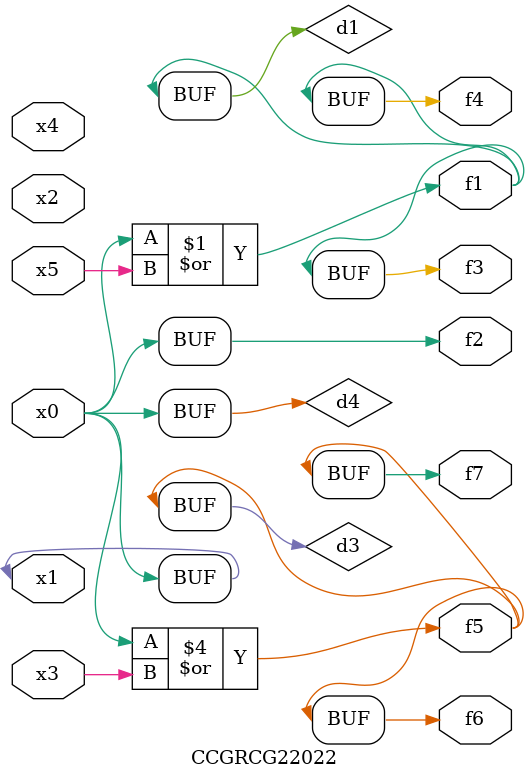
<source format=v>
module CCGRCG22022(
	input x0, x1, x2, x3, x4, x5,
	output f1, f2, f3, f4, f5, f6, f7
);

	wire d1, d2, d3, d4;

	or (d1, x0, x5);
	xnor (d2, x1, x4);
	or (d3, x0, x3);
	buf (d4, x0, x1);
	assign f1 = d1;
	assign f2 = d4;
	assign f3 = d1;
	assign f4 = d1;
	assign f5 = d3;
	assign f6 = d3;
	assign f7 = d3;
endmodule

</source>
